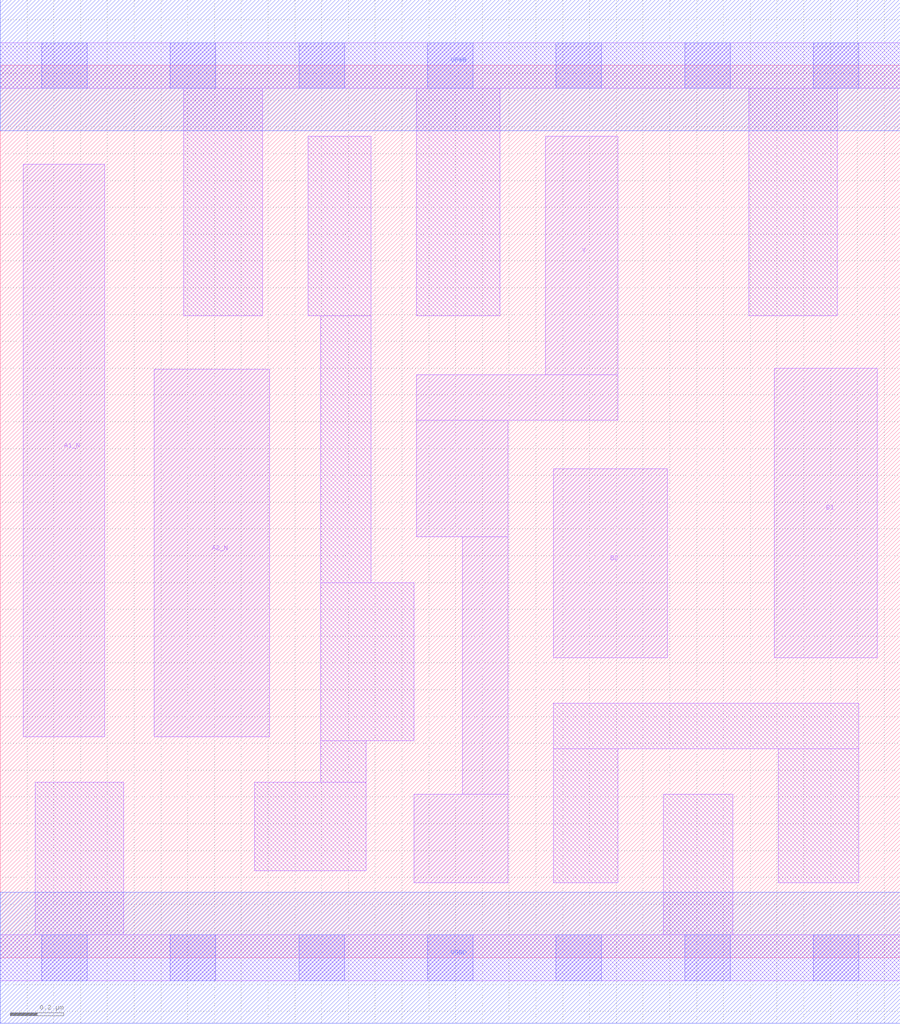
<source format=lef>
# Copyright 2020 The SkyWater PDK Authors
#
# Licensed under the Apache License, Version 2.0 (the "License");
# you may not use this file except in compliance with the License.
# You may obtain a copy of the License at
#
#     https://www.apache.org/licenses/LICENSE-2.0
#
# Unless required by applicable law or agreed to in writing, software
# distributed under the License is distributed on an "AS IS" BASIS,
# WITHOUT WARRANTIES OR CONDITIONS OF ANY KIND, either express or implied.
# See the License for the specific language governing permissions and
# limitations under the License.
#
# SPDX-License-Identifier: Apache-2.0

VERSION 5.7 ;
  NAMESCASESENSITIVE ON ;
  NOWIREEXTENSIONATPIN ON ;
  DIVIDERCHAR "/" ;
  BUSBITCHARS "[]" ;
UNITS
  DATABASE MICRONS 200 ;
END UNITS
MACRO sky130_fd_sc_lp__o2bb2ai_0
  CLASS CORE ;
  FOREIGN sky130_fd_sc_lp__o2bb2ai_0 ;
  ORIGIN  0.000000  0.000000 ;
  SIZE  3.360000 BY  3.330000 ;
  SYMMETRY X Y R90 ;
  SITE unit ;
  PIN A1_N
    ANTENNAGATEAREA  0.159000 ;
    DIRECTION INPUT ;
    USE SIGNAL ;
    PORT
      LAYER li1 ;
        RECT 0.085000 0.825000 0.390000 2.960000 ;
    END
  END A1_N
  PIN A2_N
    ANTENNAGATEAREA  0.159000 ;
    DIRECTION INPUT ;
    USE SIGNAL ;
    PORT
      LAYER li1 ;
        RECT 0.575000 0.825000 1.005000 2.195000 ;
    END
  END A2_N
  PIN B1
    ANTENNAGATEAREA  0.159000 ;
    DIRECTION INPUT ;
    USE SIGNAL ;
    PORT
      LAYER li1 ;
        RECT 2.890000 1.120000 3.275000 2.200000 ;
    END
  END B1
  PIN B2
    ANTENNAGATEAREA  0.159000 ;
    DIRECTION INPUT ;
    USE SIGNAL ;
    PORT
      LAYER li1 ;
        RECT 2.065000 1.120000 2.490000 1.825000 ;
    END
  END B2
  PIN Y
    ANTENNADIFFAREA  0.290500 ;
    DIRECTION OUTPUT ;
    USE SIGNAL ;
    PORT
      LAYER li1 ;
        RECT 1.545000 0.280000 1.895000 0.610000 ;
        RECT 1.555000 1.570000 1.895000 2.005000 ;
        RECT 1.555000 2.005000 2.305000 2.175000 ;
        RECT 1.725000 0.610000 1.895000 1.570000 ;
        RECT 2.035000 2.175000 2.305000 3.065000 ;
    END
  END Y
  PIN VGND
    DIRECTION INOUT ;
    USE GROUND ;
    PORT
      LAYER met1 ;
        RECT 0.000000 -0.245000 3.360000 0.245000 ;
    END
  END VGND
  PIN VPWR
    DIRECTION INOUT ;
    USE POWER ;
    PORT
      LAYER met1 ;
        RECT 0.000000 3.085000 3.360000 3.575000 ;
    END
  END VPWR
  OBS
    LAYER li1 ;
      RECT 0.000000 -0.085000 3.360000 0.085000 ;
      RECT 0.000000  3.245000 3.360000 3.415000 ;
      RECT 0.130000  0.085000 0.460000 0.655000 ;
      RECT 0.685000  2.395000 0.980000 3.245000 ;
      RECT 0.950000  0.325000 1.365000 0.655000 ;
      RECT 1.150000  2.395000 1.385000 3.065000 ;
      RECT 1.195000  0.655000 1.365000 0.810000 ;
      RECT 1.195000  0.810000 1.545000 1.400000 ;
      RECT 1.195000  1.400000 1.385000 2.395000 ;
      RECT 1.555000  2.395000 1.865000 3.245000 ;
      RECT 2.065000  0.280000 2.305000 0.780000 ;
      RECT 2.065000  0.780000 3.205000 0.950000 ;
      RECT 2.475000  0.085000 2.735000 0.610000 ;
      RECT 2.795000  2.395000 3.125000 3.245000 ;
      RECT 2.905000  0.280000 3.205000 0.780000 ;
    LAYER mcon ;
      RECT 0.155000 -0.085000 0.325000 0.085000 ;
      RECT 0.155000  3.245000 0.325000 3.415000 ;
      RECT 0.635000 -0.085000 0.805000 0.085000 ;
      RECT 0.635000  3.245000 0.805000 3.415000 ;
      RECT 1.115000 -0.085000 1.285000 0.085000 ;
      RECT 1.115000  3.245000 1.285000 3.415000 ;
      RECT 1.595000 -0.085000 1.765000 0.085000 ;
      RECT 1.595000  3.245000 1.765000 3.415000 ;
      RECT 2.075000 -0.085000 2.245000 0.085000 ;
      RECT 2.075000  3.245000 2.245000 3.415000 ;
      RECT 2.555000 -0.085000 2.725000 0.085000 ;
      RECT 2.555000  3.245000 2.725000 3.415000 ;
      RECT 3.035000 -0.085000 3.205000 0.085000 ;
      RECT 3.035000  3.245000 3.205000 3.415000 ;
  END
END sky130_fd_sc_lp__o2bb2ai_0
END LIBRARY

</source>
